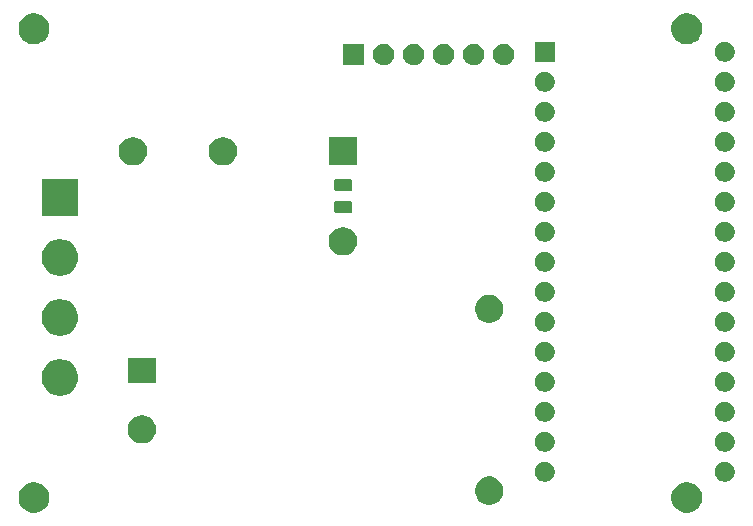
<source format=gbr>
%TF.GenerationSoftware,KiCad,Pcbnew,(5.1.5)-3*%
%TF.CreationDate,2020-10-03T11:48:18-03:00*%
%TF.ProjectId,interruptor_bluetooth V1.0,696e7465-7272-4757-9074-6f725f626c75,rev?*%
%TF.SameCoordinates,Original*%
%TF.FileFunction,Soldermask,Bot*%
%TF.FilePolarity,Negative*%
%FSLAX46Y46*%
G04 Gerber Fmt 4.6, Leading zero omitted, Abs format (unit mm)*
G04 Created by KiCad (PCBNEW (5.1.5)-3) date 2020-10-03 11:48:18*
%MOMM*%
%LPD*%
G04 APERTURE LIST*
%ADD10C,0.100000*%
G04 APERTURE END LIST*
D10*
G36*
X189203087Y-102939796D02*
G01*
X189439853Y-103037868D01*
X189439855Y-103037869D01*
X189652939Y-103180247D01*
X189834153Y-103361461D01*
X189920182Y-103490212D01*
X189976532Y-103574547D01*
X190074604Y-103811313D01*
X190124600Y-104062661D01*
X190124600Y-104318939D01*
X190074604Y-104570287D01*
X189976532Y-104807053D01*
X189976531Y-104807055D01*
X189834153Y-105020139D01*
X189652939Y-105201353D01*
X189439855Y-105343731D01*
X189439854Y-105343732D01*
X189439853Y-105343732D01*
X189203087Y-105441804D01*
X188951739Y-105491800D01*
X188695461Y-105491800D01*
X188444113Y-105441804D01*
X188207347Y-105343732D01*
X188207346Y-105343732D01*
X188207345Y-105343731D01*
X187994261Y-105201353D01*
X187813047Y-105020139D01*
X187670669Y-104807055D01*
X187670668Y-104807053D01*
X187572596Y-104570287D01*
X187522600Y-104318939D01*
X187522600Y-104062661D01*
X187572596Y-103811313D01*
X187670668Y-103574547D01*
X187727019Y-103490212D01*
X187813047Y-103361461D01*
X187994261Y-103180247D01*
X188207345Y-103037869D01*
X188207347Y-103037868D01*
X188444113Y-102939796D01*
X188695461Y-102889800D01*
X188951739Y-102889800D01*
X189203087Y-102939796D01*
G37*
G36*
X133919987Y-102939796D02*
G01*
X134156753Y-103037868D01*
X134156755Y-103037869D01*
X134369839Y-103180247D01*
X134551053Y-103361461D01*
X134637082Y-103490212D01*
X134693432Y-103574547D01*
X134791504Y-103811313D01*
X134841500Y-104062661D01*
X134841500Y-104318939D01*
X134791504Y-104570287D01*
X134693432Y-104807053D01*
X134693431Y-104807055D01*
X134551053Y-105020139D01*
X134369839Y-105201353D01*
X134156755Y-105343731D01*
X134156754Y-105343732D01*
X134156753Y-105343732D01*
X133919987Y-105441804D01*
X133668639Y-105491800D01*
X133412361Y-105491800D01*
X133161013Y-105441804D01*
X132924247Y-105343732D01*
X132924246Y-105343732D01*
X132924245Y-105343731D01*
X132711161Y-105201353D01*
X132529947Y-105020139D01*
X132387569Y-104807055D01*
X132387568Y-104807053D01*
X132289496Y-104570287D01*
X132239500Y-104318939D01*
X132239500Y-104062661D01*
X132289496Y-103811313D01*
X132387568Y-103574547D01*
X132443919Y-103490212D01*
X132529947Y-103361461D01*
X132711161Y-103180247D01*
X132924245Y-103037869D01*
X132924247Y-103037868D01*
X133161013Y-102939796D01*
X133412361Y-102889800D01*
X133668639Y-102889800D01*
X133919987Y-102939796D01*
G37*
G36*
X172434818Y-102453653D02*
G01*
X172653385Y-102544187D01*
X172653387Y-102544188D01*
X172850093Y-102675622D01*
X173017378Y-102842907D01*
X173148812Y-103039613D01*
X173148813Y-103039615D01*
X173239347Y-103258182D01*
X173285500Y-103490210D01*
X173285500Y-103726790D01*
X173239347Y-103958818D01*
X173148813Y-104177385D01*
X173148812Y-104177387D01*
X173017378Y-104374093D01*
X172850093Y-104541378D01*
X172653387Y-104672812D01*
X172653386Y-104672813D01*
X172653385Y-104672813D01*
X172434818Y-104763347D01*
X172202790Y-104809500D01*
X171966210Y-104809500D01*
X171734182Y-104763347D01*
X171515615Y-104672813D01*
X171515614Y-104672813D01*
X171515613Y-104672812D01*
X171318907Y-104541378D01*
X171151622Y-104374093D01*
X171020188Y-104177387D01*
X171020187Y-104177385D01*
X170929653Y-103958818D01*
X170883500Y-103726790D01*
X170883500Y-103490210D01*
X170929653Y-103258182D01*
X171020187Y-103039615D01*
X171020188Y-103039613D01*
X171151622Y-102842907D01*
X171318907Y-102675622D01*
X171515613Y-102544188D01*
X171515615Y-102544187D01*
X171734182Y-102453653D01*
X171966210Y-102407500D01*
X172202790Y-102407500D01*
X172434818Y-102453653D01*
G37*
G36*
X192272228Y-101188103D02*
G01*
X192427100Y-101252253D01*
X192566481Y-101345385D01*
X192685015Y-101463919D01*
X192778147Y-101603300D01*
X192842297Y-101758172D01*
X192875000Y-101922584D01*
X192875000Y-102090216D01*
X192842297Y-102254628D01*
X192778147Y-102409500D01*
X192685015Y-102548881D01*
X192566481Y-102667415D01*
X192427100Y-102760547D01*
X192272228Y-102824697D01*
X192107816Y-102857400D01*
X191940184Y-102857400D01*
X191775772Y-102824697D01*
X191620900Y-102760547D01*
X191481519Y-102667415D01*
X191362985Y-102548881D01*
X191269853Y-102409500D01*
X191205703Y-102254628D01*
X191173000Y-102090216D01*
X191173000Y-101922584D01*
X191205703Y-101758172D01*
X191269853Y-101603300D01*
X191362985Y-101463919D01*
X191481519Y-101345385D01*
X191620900Y-101252253D01*
X191775772Y-101188103D01*
X191940184Y-101155400D01*
X192107816Y-101155400D01*
X192272228Y-101188103D01*
G37*
G36*
X177032228Y-101188103D02*
G01*
X177187100Y-101252253D01*
X177326481Y-101345385D01*
X177445015Y-101463919D01*
X177538147Y-101603300D01*
X177602297Y-101758172D01*
X177635000Y-101922584D01*
X177635000Y-102090216D01*
X177602297Y-102254628D01*
X177538147Y-102409500D01*
X177445015Y-102548881D01*
X177326481Y-102667415D01*
X177187100Y-102760547D01*
X177032228Y-102824697D01*
X176867816Y-102857400D01*
X176700184Y-102857400D01*
X176535772Y-102824697D01*
X176380900Y-102760547D01*
X176241519Y-102667415D01*
X176122985Y-102548881D01*
X176029853Y-102409500D01*
X175965703Y-102254628D01*
X175933000Y-102090216D01*
X175933000Y-101922584D01*
X175965703Y-101758172D01*
X176029853Y-101603300D01*
X176122985Y-101463919D01*
X176241519Y-101345385D01*
X176380900Y-101252253D01*
X176535772Y-101188103D01*
X176700184Y-101155400D01*
X176867816Y-101155400D01*
X177032228Y-101188103D01*
G37*
G36*
X192272228Y-98648103D02*
G01*
X192427100Y-98712253D01*
X192566481Y-98805385D01*
X192685015Y-98923919D01*
X192778147Y-99063300D01*
X192842297Y-99218172D01*
X192875000Y-99382584D01*
X192875000Y-99550216D01*
X192842297Y-99714628D01*
X192778147Y-99869500D01*
X192685015Y-100008881D01*
X192566481Y-100127415D01*
X192427100Y-100220547D01*
X192272228Y-100284697D01*
X192107816Y-100317400D01*
X191940184Y-100317400D01*
X191775772Y-100284697D01*
X191620900Y-100220547D01*
X191481519Y-100127415D01*
X191362985Y-100008881D01*
X191269853Y-99869500D01*
X191205703Y-99714628D01*
X191173000Y-99550216D01*
X191173000Y-99382584D01*
X191205703Y-99218172D01*
X191269853Y-99063300D01*
X191362985Y-98923919D01*
X191481519Y-98805385D01*
X191620900Y-98712253D01*
X191775772Y-98648103D01*
X191940184Y-98615400D01*
X192107816Y-98615400D01*
X192272228Y-98648103D01*
G37*
G36*
X177032228Y-98648103D02*
G01*
X177187100Y-98712253D01*
X177326481Y-98805385D01*
X177445015Y-98923919D01*
X177538147Y-99063300D01*
X177602297Y-99218172D01*
X177635000Y-99382584D01*
X177635000Y-99550216D01*
X177602297Y-99714628D01*
X177538147Y-99869500D01*
X177445015Y-100008881D01*
X177326481Y-100127415D01*
X177187100Y-100220547D01*
X177032228Y-100284697D01*
X176867816Y-100317400D01*
X176700184Y-100317400D01*
X176535772Y-100284697D01*
X176380900Y-100220547D01*
X176241519Y-100127415D01*
X176122985Y-100008881D01*
X176029853Y-99869500D01*
X175965703Y-99714628D01*
X175933000Y-99550216D01*
X175933000Y-99382584D01*
X175965703Y-99218172D01*
X176029853Y-99063300D01*
X176122985Y-98923919D01*
X176241519Y-98805385D01*
X176380900Y-98712253D01*
X176535772Y-98648103D01*
X176700184Y-98615400D01*
X176867816Y-98615400D01*
X177032228Y-98648103D01*
G37*
G36*
X143034818Y-97253653D02*
G01*
X143253385Y-97344187D01*
X143253387Y-97344188D01*
X143450093Y-97475622D01*
X143617378Y-97642907D01*
X143748812Y-97839613D01*
X143748813Y-97839615D01*
X143839347Y-98058182D01*
X143885500Y-98290210D01*
X143885500Y-98526790D01*
X143839347Y-98758818D01*
X143820058Y-98805385D01*
X143748812Y-98977387D01*
X143617378Y-99174093D01*
X143450093Y-99341378D01*
X143253387Y-99472812D01*
X143253386Y-99472813D01*
X143253385Y-99472813D01*
X143034818Y-99563347D01*
X142802790Y-99609500D01*
X142566210Y-99609500D01*
X142334182Y-99563347D01*
X142115615Y-99472813D01*
X142115614Y-99472813D01*
X142115613Y-99472812D01*
X141918907Y-99341378D01*
X141751622Y-99174093D01*
X141620188Y-98977387D01*
X141548942Y-98805385D01*
X141529653Y-98758818D01*
X141483500Y-98526790D01*
X141483500Y-98290210D01*
X141529653Y-98058182D01*
X141620187Y-97839615D01*
X141620188Y-97839613D01*
X141751622Y-97642907D01*
X141918907Y-97475622D01*
X142115613Y-97344188D01*
X142115615Y-97344187D01*
X142334182Y-97253653D01*
X142566210Y-97207500D01*
X142802790Y-97207500D01*
X143034818Y-97253653D01*
G37*
G36*
X192272228Y-96108103D02*
G01*
X192427100Y-96172253D01*
X192566481Y-96265385D01*
X192685015Y-96383919D01*
X192778147Y-96523300D01*
X192842297Y-96678172D01*
X192875000Y-96842584D01*
X192875000Y-97010216D01*
X192842297Y-97174628D01*
X192778147Y-97329500D01*
X192685015Y-97468881D01*
X192566481Y-97587415D01*
X192427100Y-97680547D01*
X192272228Y-97744697D01*
X192107816Y-97777400D01*
X191940184Y-97777400D01*
X191775772Y-97744697D01*
X191620900Y-97680547D01*
X191481519Y-97587415D01*
X191362985Y-97468881D01*
X191269853Y-97329500D01*
X191205703Y-97174628D01*
X191173000Y-97010216D01*
X191173000Y-96842584D01*
X191205703Y-96678172D01*
X191269853Y-96523300D01*
X191362985Y-96383919D01*
X191481519Y-96265385D01*
X191620900Y-96172253D01*
X191775772Y-96108103D01*
X191940184Y-96075400D01*
X192107816Y-96075400D01*
X192272228Y-96108103D01*
G37*
G36*
X177032228Y-96108103D02*
G01*
X177187100Y-96172253D01*
X177326481Y-96265385D01*
X177445015Y-96383919D01*
X177538147Y-96523300D01*
X177602297Y-96678172D01*
X177635000Y-96842584D01*
X177635000Y-97010216D01*
X177602297Y-97174628D01*
X177538147Y-97329500D01*
X177445015Y-97468881D01*
X177326481Y-97587415D01*
X177187100Y-97680547D01*
X177032228Y-97744697D01*
X176867816Y-97777400D01*
X176700184Y-97777400D01*
X176535772Y-97744697D01*
X176380900Y-97680547D01*
X176241519Y-97587415D01*
X176122985Y-97468881D01*
X176029853Y-97329500D01*
X175965703Y-97174628D01*
X175933000Y-97010216D01*
X175933000Y-96842584D01*
X175965703Y-96678172D01*
X176029853Y-96523300D01*
X176122985Y-96383919D01*
X176241519Y-96265385D01*
X176380900Y-96172253D01*
X176535772Y-96108103D01*
X176700184Y-96075400D01*
X176867816Y-96075400D01*
X177032228Y-96108103D01*
G37*
G36*
X136029190Y-92507415D02*
G01*
X136190010Y-92539404D01*
X136472274Y-92656321D01*
X136726305Y-92826059D01*
X136942341Y-93042095D01*
X137112079Y-93296126D01*
X137228996Y-93578390D01*
X137228996Y-93578391D01*
X137288600Y-93878039D01*
X137288600Y-94183561D01*
X137258798Y-94333385D01*
X137228996Y-94483210D01*
X137112079Y-94765474D01*
X136942341Y-95019505D01*
X136726305Y-95235541D01*
X136472274Y-95405279D01*
X136190010Y-95522196D01*
X136040185Y-95551998D01*
X135890361Y-95581800D01*
X135584839Y-95581800D01*
X135435015Y-95551998D01*
X135285190Y-95522196D01*
X135002926Y-95405279D01*
X134748895Y-95235541D01*
X134532859Y-95019505D01*
X134363121Y-94765474D01*
X134246204Y-94483210D01*
X134216402Y-94333385D01*
X134186600Y-94183561D01*
X134186600Y-93878039D01*
X134246204Y-93578391D01*
X134246204Y-93578390D01*
X134363121Y-93296126D01*
X134532859Y-93042095D01*
X134748895Y-92826059D01*
X135002926Y-92656321D01*
X135285190Y-92539404D01*
X135446010Y-92507415D01*
X135584839Y-92479800D01*
X135890361Y-92479800D01*
X136029190Y-92507415D01*
G37*
G36*
X192272228Y-93568103D02*
G01*
X192427100Y-93632253D01*
X192566481Y-93725385D01*
X192685015Y-93843919D01*
X192778147Y-93983300D01*
X192842297Y-94138172D01*
X192875000Y-94302584D01*
X192875000Y-94470216D01*
X192842297Y-94634628D01*
X192778147Y-94789500D01*
X192685015Y-94928881D01*
X192566481Y-95047415D01*
X192427100Y-95140547D01*
X192272228Y-95204697D01*
X192107816Y-95237400D01*
X191940184Y-95237400D01*
X191775772Y-95204697D01*
X191620900Y-95140547D01*
X191481519Y-95047415D01*
X191362985Y-94928881D01*
X191269853Y-94789500D01*
X191205703Y-94634628D01*
X191173000Y-94470216D01*
X191173000Y-94302584D01*
X191205703Y-94138172D01*
X191269853Y-93983300D01*
X191362985Y-93843919D01*
X191481519Y-93725385D01*
X191620900Y-93632253D01*
X191775772Y-93568103D01*
X191940184Y-93535400D01*
X192107816Y-93535400D01*
X192272228Y-93568103D01*
G37*
G36*
X177032228Y-93568103D02*
G01*
X177187100Y-93632253D01*
X177326481Y-93725385D01*
X177445015Y-93843919D01*
X177538147Y-93983300D01*
X177602297Y-94138172D01*
X177635000Y-94302584D01*
X177635000Y-94470216D01*
X177602297Y-94634628D01*
X177538147Y-94789500D01*
X177445015Y-94928881D01*
X177326481Y-95047415D01*
X177187100Y-95140547D01*
X177032228Y-95204697D01*
X176867816Y-95237400D01*
X176700184Y-95237400D01*
X176535772Y-95204697D01*
X176380900Y-95140547D01*
X176241519Y-95047415D01*
X176122985Y-94928881D01*
X176029853Y-94789500D01*
X175965703Y-94634628D01*
X175933000Y-94470216D01*
X175933000Y-94302584D01*
X175965703Y-94138172D01*
X176029853Y-93983300D01*
X176122985Y-93843919D01*
X176241519Y-93725385D01*
X176380900Y-93632253D01*
X176535772Y-93568103D01*
X176700184Y-93535400D01*
X176867816Y-93535400D01*
X177032228Y-93568103D01*
G37*
G36*
X143885500Y-94459500D02*
G01*
X141483500Y-94459500D01*
X141483500Y-92357500D01*
X143885500Y-92357500D01*
X143885500Y-94459500D01*
G37*
G36*
X192272228Y-91028103D02*
G01*
X192427100Y-91092253D01*
X192566481Y-91185385D01*
X192685015Y-91303919D01*
X192778147Y-91443300D01*
X192842297Y-91598172D01*
X192875000Y-91762584D01*
X192875000Y-91930216D01*
X192842297Y-92094628D01*
X192778147Y-92249500D01*
X192685015Y-92388881D01*
X192566481Y-92507415D01*
X192427100Y-92600547D01*
X192272228Y-92664697D01*
X192107816Y-92697400D01*
X191940184Y-92697400D01*
X191775772Y-92664697D01*
X191620900Y-92600547D01*
X191481519Y-92507415D01*
X191362985Y-92388881D01*
X191269853Y-92249500D01*
X191205703Y-92094628D01*
X191173000Y-91930216D01*
X191173000Y-91762584D01*
X191205703Y-91598172D01*
X191269853Y-91443300D01*
X191362985Y-91303919D01*
X191481519Y-91185385D01*
X191620900Y-91092253D01*
X191775772Y-91028103D01*
X191940184Y-90995400D01*
X192107816Y-90995400D01*
X192272228Y-91028103D01*
G37*
G36*
X177032228Y-91028103D02*
G01*
X177187100Y-91092253D01*
X177326481Y-91185385D01*
X177445015Y-91303919D01*
X177538147Y-91443300D01*
X177602297Y-91598172D01*
X177635000Y-91762584D01*
X177635000Y-91930216D01*
X177602297Y-92094628D01*
X177538147Y-92249500D01*
X177445015Y-92388881D01*
X177326481Y-92507415D01*
X177187100Y-92600547D01*
X177032228Y-92664697D01*
X176867816Y-92697400D01*
X176700184Y-92697400D01*
X176535772Y-92664697D01*
X176380900Y-92600547D01*
X176241519Y-92507415D01*
X176122985Y-92388881D01*
X176029853Y-92249500D01*
X175965703Y-92094628D01*
X175933000Y-91930216D01*
X175933000Y-91762584D01*
X175965703Y-91598172D01*
X176029853Y-91443300D01*
X176122985Y-91303919D01*
X176241519Y-91185385D01*
X176380900Y-91092253D01*
X176535772Y-91028103D01*
X176700184Y-90995400D01*
X176867816Y-90995400D01*
X177032228Y-91028103D01*
G37*
G36*
X136029190Y-87427415D02*
G01*
X136190010Y-87459404D01*
X136472274Y-87576321D01*
X136726305Y-87746059D01*
X136942341Y-87962095D01*
X137112079Y-88216126D01*
X137228996Y-88498390D01*
X137228996Y-88498391D01*
X137288600Y-88798039D01*
X137288600Y-89103561D01*
X137258798Y-89253385D01*
X137228996Y-89403210D01*
X137112079Y-89685474D01*
X136942341Y-89939505D01*
X136726305Y-90155541D01*
X136472274Y-90325279D01*
X136190010Y-90442196D01*
X136040185Y-90471998D01*
X135890361Y-90501800D01*
X135584839Y-90501800D01*
X135435015Y-90471998D01*
X135285190Y-90442196D01*
X135002926Y-90325279D01*
X134748895Y-90155541D01*
X134532859Y-89939505D01*
X134363121Y-89685474D01*
X134246204Y-89403210D01*
X134216402Y-89253385D01*
X134186600Y-89103561D01*
X134186600Y-88798039D01*
X134246204Y-88498391D01*
X134246204Y-88498390D01*
X134363121Y-88216126D01*
X134532859Y-87962095D01*
X134748895Y-87746059D01*
X135002926Y-87576321D01*
X135285190Y-87459404D01*
X135446010Y-87427415D01*
X135584839Y-87399800D01*
X135890361Y-87399800D01*
X136029190Y-87427415D01*
G37*
G36*
X192272228Y-88488103D02*
G01*
X192427100Y-88552253D01*
X192566481Y-88645385D01*
X192685015Y-88763919D01*
X192778147Y-88903300D01*
X192842297Y-89058172D01*
X192875000Y-89222584D01*
X192875000Y-89390216D01*
X192842297Y-89554628D01*
X192778147Y-89709500D01*
X192685015Y-89848881D01*
X192566481Y-89967415D01*
X192427100Y-90060547D01*
X192272228Y-90124697D01*
X192107816Y-90157400D01*
X191940184Y-90157400D01*
X191775772Y-90124697D01*
X191620900Y-90060547D01*
X191481519Y-89967415D01*
X191362985Y-89848881D01*
X191269853Y-89709500D01*
X191205703Y-89554628D01*
X191173000Y-89390216D01*
X191173000Y-89222584D01*
X191205703Y-89058172D01*
X191269853Y-88903300D01*
X191362985Y-88763919D01*
X191481519Y-88645385D01*
X191620900Y-88552253D01*
X191775772Y-88488103D01*
X191940184Y-88455400D01*
X192107816Y-88455400D01*
X192272228Y-88488103D01*
G37*
G36*
X177032228Y-88488103D02*
G01*
X177187100Y-88552253D01*
X177326481Y-88645385D01*
X177445015Y-88763919D01*
X177538147Y-88903300D01*
X177602297Y-89058172D01*
X177635000Y-89222584D01*
X177635000Y-89390216D01*
X177602297Y-89554628D01*
X177538147Y-89709500D01*
X177445015Y-89848881D01*
X177326481Y-89967415D01*
X177187100Y-90060547D01*
X177032228Y-90124697D01*
X176867816Y-90157400D01*
X176700184Y-90157400D01*
X176535772Y-90124697D01*
X176380900Y-90060547D01*
X176241519Y-89967415D01*
X176122985Y-89848881D01*
X176029853Y-89709500D01*
X175965703Y-89554628D01*
X175933000Y-89390216D01*
X175933000Y-89222584D01*
X175965703Y-89058172D01*
X176029853Y-88903300D01*
X176122985Y-88763919D01*
X176241519Y-88645385D01*
X176380900Y-88552253D01*
X176535772Y-88488103D01*
X176700184Y-88455400D01*
X176867816Y-88455400D01*
X177032228Y-88488103D01*
G37*
G36*
X172434818Y-87053653D02*
G01*
X172653385Y-87144187D01*
X172653387Y-87144188D01*
X172850093Y-87275622D01*
X173017378Y-87442907D01*
X173148812Y-87639613D01*
X173148813Y-87639615D01*
X173239347Y-87858182D01*
X173285500Y-88090210D01*
X173285500Y-88326790D01*
X173239347Y-88558818D01*
X173154391Y-88763919D01*
X173148812Y-88777387D01*
X173017378Y-88974093D01*
X172850093Y-89141378D01*
X172653387Y-89272812D01*
X172653386Y-89272813D01*
X172653385Y-89272813D01*
X172434818Y-89363347D01*
X172202790Y-89409500D01*
X171966210Y-89409500D01*
X171734182Y-89363347D01*
X171515615Y-89272813D01*
X171515614Y-89272813D01*
X171515613Y-89272812D01*
X171318907Y-89141378D01*
X171151622Y-88974093D01*
X171020188Y-88777387D01*
X171014609Y-88763919D01*
X170929653Y-88558818D01*
X170883500Y-88326790D01*
X170883500Y-88090210D01*
X170929653Y-87858182D01*
X171020187Y-87639615D01*
X171020188Y-87639613D01*
X171151622Y-87442907D01*
X171318907Y-87275622D01*
X171515613Y-87144188D01*
X171515615Y-87144187D01*
X171734182Y-87053653D01*
X171966210Y-87007500D01*
X172202790Y-87007500D01*
X172434818Y-87053653D01*
G37*
G36*
X177032228Y-85948103D02*
G01*
X177187100Y-86012253D01*
X177326481Y-86105385D01*
X177445015Y-86223919D01*
X177538147Y-86363300D01*
X177602297Y-86518172D01*
X177635000Y-86682584D01*
X177635000Y-86850216D01*
X177602297Y-87014628D01*
X177538147Y-87169500D01*
X177445015Y-87308881D01*
X177326481Y-87427415D01*
X177187100Y-87520547D01*
X177032228Y-87584697D01*
X176867816Y-87617400D01*
X176700184Y-87617400D01*
X176535772Y-87584697D01*
X176380900Y-87520547D01*
X176241519Y-87427415D01*
X176122985Y-87308881D01*
X176029853Y-87169500D01*
X175965703Y-87014628D01*
X175933000Y-86850216D01*
X175933000Y-86682584D01*
X175965703Y-86518172D01*
X176029853Y-86363300D01*
X176122985Y-86223919D01*
X176241519Y-86105385D01*
X176380900Y-86012253D01*
X176535772Y-85948103D01*
X176700184Y-85915400D01*
X176867816Y-85915400D01*
X177032228Y-85948103D01*
G37*
G36*
X192272228Y-85948103D02*
G01*
X192427100Y-86012253D01*
X192566481Y-86105385D01*
X192685015Y-86223919D01*
X192778147Y-86363300D01*
X192842297Y-86518172D01*
X192875000Y-86682584D01*
X192875000Y-86850216D01*
X192842297Y-87014628D01*
X192778147Y-87169500D01*
X192685015Y-87308881D01*
X192566481Y-87427415D01*
X192427100Y-87520547D01*
X192272228Y-87584697D01*
X192107816Y-87617400D01*
X191940184Y-87617400D01*
X191775772Y-87584697D01*
X191620900Y-87520547D01*
X191481519Y-87427415D01*
X191362985Y-87308881D01*
X191269853Y-87169500D01*
X191205703Y-87014628D01*
X191173000Y-86850216D01*
X191173000Y-86682584D01*
X191205703Y-86518172D01*
X191269853Y-86363300D01*
X191362985Y-86223919D01*
X191481519Y-86105385D01*
X191620900Y-86012253D01*
X191775772Y-85948103D01*
X191940184Y-85915400D01*
X192107816Y-85915400D01*
X192272228Y-85948103D01*
G37*
G36*
X136029190Y-82347415D02*
G01*
X136190010Y-82379404D01*
X136472274Y-82496321D01*
X136726305Y-82666059D01*
X136942341Y-82882095D01*
X137112079Y-83136126D01*
X137228996Y-83418390D01*
X137239710Y-83472252D01*
X137288600Y-83718039D01*
X137288600Y-84023561D01*
X137258798Y-84173385D01*
X137228996Y-84323210D01*
X137112079Y-84605474D01*
X136942341Y-84859505D01*
X136726305Y-85075541D01*
X136472274Y-85245279D01*
X136190010Y-85362196D01*
X136040185Y-85391998D01*
X135890361Y-85421800D01*
X135584839Y-85421800D01*
X135435015Y-85391998D01*
X135285190Y-85362196D01*
X135002926Y-85245279D01*
X134748895Y-85075541D01*
X134532859Y-84859505D01*
X134363121Y-84605474D01*
X134246204Y-84323210D01*
X134216402Y-84173385D01*
X134186600Y-84023561D01*
X134186600Y-83718039D01*
X134235490Y-83472252D01*
X134246204Y-83418390D01*
X134363121Y-83136126D01*
X134532859Y-82882095D01*
X134748895Y-82666059D01*
X135002926Y-82496321D01*
X135285190Y-82379404D01*
X135446010Y-82347415D01*
X135584839Y-82319800D01*
X135890361Y-82319800D01*
X136029190Y-82347415D01*
G37*
G36*
X177032228Y-83408103D02*
G01*
X177187100Y-83472253D01*
X177326481Y-83565385D01*
X177445015Y-83683919D01*
X177538147Y-83823300D01*
X177602297Y-83978172D01*
X177635000Y-84142584D01*
X177635000Y-84310216D01*
X177602297Y-84474628D01*
X177538147Y-84629500D01*
X177445015Y-84768881D01*
X177326481Y-84887415D01*
X177187100Y-84980547D01*
X177032228Y-85044697D01*
X176867816Y-85077400D01*
X176700184Y-85077400D01*
X176535772Y-85044697D01*
X176380900Y-84980547D01*
X176241519Y-84887415D01*
X176122985Y-84768881D01*
X176029853Y-84629500D01*
X175965703Y-84474628D01*
X175933000Y-84310216D01*
X175933000Y-84142584D01*
X175965703Y-83978172D01*
X176029853Y-83823300D01*
X176122985Y-83683919D01*
X176241519Y-83565385D01*
X176380900Y-83472253D01*
X176535772Y-83408103D01*
X176700184Y-83375400D01*
X176867816Y-83375400D01*
X177032228Y-83408103D01*
G37*
G36*
X192272228Y-83408103D02*
G01*
X192427100Y-83472253D01*
X192566481Y-83565385D01*
X192685015Y-83683919D01*
X192778147Y-83823300D01*
X192842297Y-83978172D01*
X192875000Y-84142584D01*
X192875000Y-84310216D01*
X192842297Y-84474628D01*
X192778147Y-84629500D01*
X192685015Y-84768881D01*
X192566481Y-84887415D01*
X192427100Y-84980547D01*
X192272228Y-85044697D01*
X192107816Y-85077400D01*
X191940184Y-85077400D01*
X191775772Y-85044697D01*
X191620900Y-84980547D01*
X191481519Y-84887415D01*
X191362985Y-84768881D01*
X191269853Y-84629500D01*
X191205703Y-84474628D01*
X191173000Y-84310216D01*
X191173000Y-84142584D01*
X191205703Y-83978172D01*
X191269853Y-83823300D01*
X191362985Y-83683919D01*
X191481519Y-83565385D01*
X191620900Y-83472253D01*
X191775772Y-83408103D01*
X191940184Y-83375400D01*
X192107816Y-83375400D01*
X192272228Y-83408103D01*
G37*
G36*
X160052818Y-81331653D02*
G01*
X160271385Y-81422187D01*
X160271387Y-81422188D01*
X160468093Y-81553622D01*
X160635378Y-81720907D01*
X160766812Y-81917613D01*
X160766813Y-81917615D01*
X160857347Y-82136182D01*
X160903500Y-82368210D01*
X160903500Y-82604790D01*
X160857347Y-82836818D01*
X160838592Y-82882096D01*
X160766812Y-83055387D01*
X160635378Y-83252093D01*
X160468093Y-83419378D01*
X160271387Y-83550812D01*
X160271386Y-83550813D01*
X160271385Y-83550813D01*
X160052818Y-83641347D01*
X159820790Y-83687500D01*
X159584210Y-83687500D01*
X159352182Y-83641347D01*
X159133615Y-83550813D01*
X159133614Y-83550813D01*
X159133613Y-83550812D01*
X158936907Y-83419378D01*
X158769622Y-83252093D01*
X158638188Y-83055387D01*
X158566408Y-82882096D01*
X158547653Y-82836818D01*
X158501500Y-82604790D01*
X158501500Y-82368210D01*
X158547653Y-82136182D01*
X158638187Y-81917615D01*
X158638188Y-81917613D01*
X158769622Y-81720907D01*
X158936907Y-81553622D01*
X159133613Y-81422188D01*
X159133615Y-81422187D01*
X159352182Y-81331653D01*
X159584210Y-81285500D01*
X159820790Y-81285500D01*
X160052818Y-81331653D01*
G37*
G36*
X177032228Y-80868103D02*
G01*
X177187100Y-80932253D01*
X177326481Y-81025385D01*
X177445015Y-81143919D01*
X177538147Y-81283300D01*
X177602297Y-81438172D01*
X177635000Y-81602584D01*
X177635000Y-81770216D01*
X177602297Y-81934628D01*
X177538147Y-82089500D01*
X177445015Y-82228881D01*
X177326481Y-82347415D01*
X177187100Y-82440547D01*
X177032228Y-82504697D01*
X176867816Y-82537400D01*
X176700184Y-82537400D01*
X176535772Y-82504697D01*
X176380900Y-82440547D01*
X176241519Y-82347415D01*
X176122985Y-82228881D01*
X176029853Y-82089500D01*
X175965703Y-81934628D01*
X175933000Y-81770216D01*
X175933000Y-81602584D01*
X175965703Y-81438172D01*
X176029853Y-81283300D01*
X176122985Y-81143919D01*
X176241519Y-81025385D01*
X176380900Y-80932253D01*
X176535772Y-80868103D01*
X176700184Y-80835400D01*
X176867816Y-80835400D01*
X177032228Y-80868103D01*
G37*
G36*
X192272228Y-80868103D02*
G01*
X192427100Y-80932253D01*
X192566481Y-81025385D01*
X192685015Y-81143919D01*
X192778147Y-81283300D01*
X192842297Y-81438172D01*
X192875000Y-81602584D01*
X192875000Y-81770216D01*
X192842297Y-81934628D01*
X192778147Y-82089500D01*
X192685015Y-82228881D01*
X192566481Y-82347415D01*
X192427100Y-82440547D01*
X192272228Y-82504697D01*
X192107816Y-82537400D01*
X191940184Y-82537400D01*
X191775772Y-82504697D01*
X191620900Y-82440547D01*
X191481519Y-82347415D01*
X191362985Y-82228881D01*
X191269853Y-82089500D01*
X191205703Y-81934628D01*
X191173000Y-81770216D01*
X191173000Y-81602584D01*
X191205703Y-81438172D01*
X191269853Y-81283300D01*
X191362985Y-81143919D01*
X191481519Y-81025385D01*
X191620900Y-80932253D01*
X191775772Y-80868103D01*
X191940184Y-80835400D01*
X192107816Y-80835400D01*
X192272228Y-80868103D01*
G37*
G36*
X137288600Y-80341800D02*
G01*
X134186600Y-80341800D01*
X134186600Y-77239800D01*
X137288600Y-77239800D01*
X137288600Y-80341800D01*
G37*
G36*
X160299668Y-79065065D02*
G01*
X160338338Y-79076796D01*
X160373977Y-79095846D01*
X160405217Y-79121483D01*
X160430854Y-79152723D01*
X160449904Y-79188362D01*
X160461635Y-79227032D01*
X160466200Y-79273388D01*
X160466200Y-79924612D01*
X160461635Y-79970968D01*
X160449904Y-80009638D01*
X160430854Y-80045277D01*
X160405217Y-80076517D01*
X160373977Y-80102154D01*
X160338338Y-80121204D01*
X160299668Y-80132935D01*
X160253312Y-80137500D01*
X159177088Y-80137500D01*
X159130732Y-80132935D01*
X159092062Y-80121204D01*
X159056423Y-80102154D01*
X159025183Y-80076517D01*
X158999546Y-80045277D01*
X158980496Y-80009638D01*
X158968765Y-79970968D01*
X158964200Y-79924612D01*
X158964200Y-79273388D01*
X158968765Y-79227032D01*
X158980496Y-79188362D01*
X158999546Y-79152723D01*
X159025183Y-79121483D01*
X159056423Y-79095846D01*
X159092062Y-79076796D01*
X159130732Y-79065065D01*
X159177088Y-79060500D01*
X160253312Y-79060500D01*
X160299668Y-79065065D01*
G37*
G36*
X192272228Y-78328103D02*
G01*
X192427100Y-78392253D01*
X192566481Y-78485385D01*
X192685015Y-78603919D01*
X192778147Y-78743300D01*
X192842297Y-78898172D01*
X192875000Y-79062584D01*
X192875000Y-79230216D01*
X192842297Y-79394628D01*
X192778147Y-79549500D01*
X192685015Y-79688881D01*
X192566481Y-79807415D01*
X192427100Y-79900547D01*
X192272228Y-79964697D01*
X192107816Y-79997400D01*
X191940184Y-79997400D01*
X191775772Y-79964697D01*
X191620900Y-79900547D01*
X191481519Y-79807415D01*
X191362985Y-79688881D01*
X191269853Y-79549500D01*
X191205703Y-79394628D01*
X191173000Y-79230216D01*
X191173000Y-79062584D01*
X191205703Y-78898172D01*
X191269853Y-78743300D01*
X191362985Y-78603919D01*
X191481519Y-78485385D01*
X191620900Y-78392253D01*
X191775772Y-78328103D01*
X191940184Y-78295400D01*
X192107816Y-78295400D01*
X192272228Y-78328103D01*
G37*
G36*
X177032228Y-78328103D02*
G01*
X177187100Y-78392253D01*
X177326481Y-78485385D01*
X177445015Y-78603919D01*
X177538147Y-78743300D01*
X177602297Y-78898172D01*
X177635000Y-79062584D01*
X177635000Y-79230216D01*
X177602297Y-79394628D01*
X177538147Y-79549500D01*
X177445015Y-79688881D01*
X177326481Y-79807415D01*
X177187100Y-79900547D01*
X177032228Y-79964697D01*
X176867816Y-79997400D01*
X176700184Y-79997400D01*
X176535772Y-79964697D01*
X176380900Y-79900547D01*
X176241519Y-79807415D01*
X176122985Y-79688881D01*
X176029853Y-79549500D01*
X175965703Y-79394628D01*
X175933000Y-79230216D01*
X175933000Y-79062584D01*
X175965703Y-78898172D01*
X176029853Y-78743300D01*
X176122985Y-78603919D01*
X176241519Y-78485385D01*
X176380900Y-78392253D01*
X176535772Y-78328103D01*
X176700184Y-78295400D01*
X176867816Y-78295400D01*
X177032228Y-78328103D01*
G37*
G36*
X160299668Y-77190065D02*
G01*
X160338338Y-77201796D01*
X160373977Y-77220846D01*
X160405217Y-77246483D01*
X160430854Y-77277723D01*
X160449904Y-77313362D01*
X160461635Y-77352032D01*
X160466200Y-77398388D01*
X160466200Y-78049612D01*
X160461635Y-78095968D01*
X160449904Y-78134638D01*
X160430854Y-78170277D01*
X160405217Y-78201517D01*
X160373977Y-78227154D01*
X160338338Y-78246204D01*
X160299668Y-78257935D01*
X160253312Y-78262500D01*
X159177088Y-78262500D01*
X159130732Y-78257935D01*
X159092062Y-78246204D01*
X159056423Y-78227154D01*
X159025183Y-78201517D01*
X158999546Y-78170277D01*
X158980496Y-78134638D01*
X158968765Y-78095968D01*
X158964200Y-78049612D01*
X158964200Y-77398388D01*
X158968765Y-77352032D01*
X158980496Y-77313362D01*
X158999546Y-77277723D01*
X159025183Y-77246483D01*
X159056423Y-77220846D01*
X159092062Y-77201796D01*
X159130732Y-77190065D01*
X159177088Y-77185500D01*
X160253312Y-77185500D01*
X160299668Y-77190065D01*
G37*
G36*
X192272228Y-75788103D02*
G01*
X192427100Y-75852253D01*
X192566481Y-75945385D01*
X192685015Y-76063919D01*
X192778147Y-76203300D01*
X192842297Y-76358172D01*
X192875000Y-76522584D01*
X192875000Y-76690216D01*
X192842297Y-76854628D01*
X192778147Y-77009500D01*
X192685015Y-77148881D01*
X192566481Y-77267415D01*
X192427100Y-77360547D01*
X192272228Y-77424697D01*
X192107816Y-77457400D01*
X191940184Y-77457400D01*
X191775772Y-77424697D01*
X191620900Y-77360547D01*
X191481519Y-77267415D01*
X191362985Y-77148881D01*
X191269853Y-77009500D01*
X191205703Y-76854628D01*
X191173000Y-76690216D01*
X191173000Y-76522584D01*
X191205703Y-76358172D01*
X191269853Y-76203300D01*
X191362985Y-76063919D01*
X191481519Y-75945385D01*
X191620900Y-75852253D01*
X191775772Y-75788103D01*
X191940184Y-75755400D01*
X192107816Y-75755400D01*
X192272228Y-75788103D01*
G37*
G36*
X177032228Y-75788103D02*
G01*
X177187100Y-75852253D01*
X177326481Y-75945385D01*
X177445015Y-76063919D01*
X177538147Y-76203300D01*
X177602297Y-76358172D01*
X177635000Y-76522584D01*
X177635000Y-76690216D01*
X177602297Y-76854628D01*
X177538147Y-77009500D01*
X177445015Y-77148881D01*
X177326481Y-77267415D01*
X177187100Y-77360547D01*
X177032228Y-77424697D01*
X176867816Y-77457400D01*
X176700184Y-77457400D01*
X176535772Y-77424697D01*
X176380900Y-77360547D01*
X176241519Y-77267415D01*
X176122985Y-77148881D01*
X176029853Y-77009500D01*
X175965703Y-76854628D01*
X175933000Y-76690216D01*
X175933000Y-76522584D01*
X175965703Y-76358172D01*
X176029853Y-76203300D01*
X176122985Y-76063919D01*
X176241519Y-75945385D01*
X176380900Y-75852253D01*
X176535772Y-75788103D01*
X176700184Y-75755400D01*
X176867816Y-75755400D01*
X177032228Y-75788103D01*
G37*
G36*
X160903500Y-76067500D02*
G01*
X158501500Y-76067500D01*
X158501500Y-73665500D01*
X160903500Y-73665500D01*
X160903500Y-76067500D01*
G37*
G36*
X149892818Y-73711653D02*
G01*
X150111385Y-73802187D01*
X150111387Y-73802188D01*
X150308093Y-73933622D01*
X150475378Y-74100907D01*
X150606812Y-74297613D01*
X150606813Y-74297615D01*
X150697347Y-74516182D01*
X150743500Y-74748210D01*
X150743500Y-74984790D01*
X150697347Y-75216818D01*
X150606813Y-75435385D01*
X150606812Y-75435387D01*
X150475378Y-75632093D01*
X150308093Y-75799378D01*
X150111387Y-75930812D01*
X150111386Y-75930813D01*
X150111385Y-75930813D01*
X149892818Y-76021347D01*
X149660790Y-76067500D01*
X149424210Y-76067500D01*
X149192182Y-76021347D01*
X148973615Y-75930813D01*
X148973614Y-75930813D01*
X148973613Y-75930812D01*
X148776907Y-75799378D01*
X148609622Y-75632093D01*
X148478188Y-75435387D01*
X148478187Y-75435385D01*
X148387653Y-75216818D01*
X148341500Y-74984790D01*
X148341500Y-74748210D01*
X148387653Y-74516182D01*
X148478187Y-74297615D01*
X148478188Y-74297613D01*
X148609622Y-74100907D01*
X148776907Y-73933622D01*
X148973613Y-73802188D01*
X148973615Y-73802187D01*
X149192182Y-73711653D01*
X149424210Y-73665500D01*
X149660790Y-73665500D01*
X149892818Y-73711653D01*
G37*
G36*
X142272818Y-73711653D02*
G01*
X142491385Y-73802187D01*
X142491387Y-73802188D01*
X142688093Y-73933622D01*
X142855378Y-74100907D01*
X142986812Y-74297613D01*
X142986813Y-74297615D01*
X143077347Y-74516182D01*
X143123500Y-74748210D01*
X143123500Y-74984790D01*
X143077347Y-75216818D01*
X142986813Y-75435385D01*
X142986812Y-75435387D01*
X142855378Y-75632093D01*
X142688093Y-75799378D01*
X142491387Y-75930812D01*
X142491386Y-75930813D01*
X142491385Y-75930813D01*
X142272818Y-76021347D01*
X142040790Y-76067500D01*
X141804210Y-76067500D01*
X141572182Y-76021347D01*
X141353615Y-75930813D01*
X141353614Y-75930813D01*
X141353613Y-75930812D01*
X141156907Y-75799378D01*
X140989622Y-75632093D01*
X140858188Y-75435387D01*
X140858187Y-75435385D01*
X140767653Y-75216818D01*
X140721500Y-74984790D01*
X140721500Y-74748210D01*
X140767653Y-74516182D01*
X140858187Y-74297615D01*
X140858188Y-74297613D01*
X140989622Y-74100907D01*
X141156907Y-73933622D01*
X141353613Y-73802188D01*
X141353615Y-73802187D01*
X141572182Y-73711653D01*
X141804210Y-73665500D01*
X142040790Y-73665500D01*
X142272818Y-73711653D01*
G37*
G36*
X192272228Y-73248103D02*
G01*
X192427100Y-73312253D01*
X192566481Y-73405385D01*
X192685015Y-73523919D01*
X192778147Y-73663300D01*
X192842297Y-73818172D01*
X192875000Y-73982584D01*
X192875000Y-74150216D01*
X192842297Y-74314628D01*
X192778147Y-74469500D01*
X192685015Y-74608881D01*
X192566481Y-74727415D01*
X192427100Y-74820547D01*
X192272228Y-74884697D01*
X192107816Y-74917400D01*
X191940184Y-74917400D01*
X191775772Y-74884697D01*
X191620900Y-74820547D01*
X191481519Y-74727415D01*
X191362985Y-74608881D01*
X191269853Y-74469500D01*
X191205703Y-74314628D01*
X191173000Y-74150216D01*
X191173000Y-73982584D01*
X191205703Y-73818172D01*
X191269853Y-73663300D01*
X191362985Y-73523919D01*
X191481519Y-73405385D01*
X191620900Y-73312253D01*
X191775772Y-73248103D01*
X191940184Y-73215400D01*
X192107816Y-73215400D01*
X192272228Y-73248103D01*
G37*
G36*
X177032228Y-73248103D02*
G01*
X177187100Y-73312253D01*
X177326481Y-73405385D01*
X177445015Y-73523919D01*
X177538147Y-73663300D01*
X177602297Y-73818172D01*
X177635000Y-73982584D01*
X177635000Y-74150216D01*
X177602297Y-74314628D01*
X177538147Y-74469500D01*
X177445015Y-74608881D01*
X177326481Y-74727415D01*
X177187100Y-74820547D01*
X177032228Y-74884697D01*
X176867816Y-74917400D01*
X176700184Y-74917400D01*
X176535772Y-74884697D01*
X176380900Y-74820547D01*
X176241519Y-74727415D01*
X176122985Y-74608881D01*
X176029853Y-74469500D01*
X175965703Y-74314628D01*
X175933000Y-74150216D01*
X175933000Y-73982584D01*
X175965703Y-73818172D01*
X176029853Y-73663300D01*
X176122985Y-73523919D01*
X176241519Y-73405385D01*
X176380900Y-73312253D01*
X176535772Y-73248103D01*
X176700184Y-73215400D01*
X176867816Y-73215400D01*
X177032228Y-73248103D01*
G37*
G36*
X177032228Y-70708103D02*
G01*
X177187100Y-70772253D01*
X177326481Y-70865385D01*
X177445015Y-70983919D01*
X177538147Y-71123300D01*
X177602297Y-71278172D01*
X177635000Y-71442584D01*
X177635000Y-71610216D01*
X177602297Y-71774628D01*
X177538147Y-71929500D01*
X177445015Y-72068881D01*
X177326481Y-72187415D01*
X177187100Y-72280547D01*
X177032228Y-72344697D01*
X176867816Y-72377400D01*
X176700184Y-72377400D01*
X176535772Y-72344697D01*
X176380900Y-72280547D01*
X176241519Y-72187415D01*
X176122985Y-72068881D01*
X176029853Y-71929500D01*
X175965703Y-71774628D01*
X175933000Y-71610216D01*
X175933000Y-71442584D01*
X175965703Y-71278172D01*
X176029853Y-71123300D01*
X176122985Y-70983919D01*
X176241519Y-70865385D01*
X176380900Y-70772253D01*
X176535772Y-70708103D01*
X176700184Y-70675400D01*
X176867816Y-70675400D01*
X177032228Y-70708103D01*
G37*
G36*
X192272228Y-70708103D02*
G01*
X192427100Y-70772253D01*
X192566481Y-70865385D01*
X192685015Y-70983919D01*
X192778147Y-71123300D01*
X192842297Y-71278172D01*
X192875000Y-71442584D01*
X192875000Y-71610216D01*
X192842297Y-71774628D01*
X192778147Y-71929500D01*
X192685015Y-72068881D01*
X192566481Y-72187415D01*
X192427100Y-72280547D01*
X192272228Y-72344697D01*
X192107816Y-72377400D01*
X191940184Y-72377400D01*
X191775772Y-72344697D01*
X191620900Y-72280547D01*
X191481519Y-72187415D01*
X191362985Y-72068881D01*
X191269853Y-71929500D01*
X191205703Y-71774628D01*
X191173000Y-71610216D01*
X191173000Y-71442584D01*
X191205703Y-71278172D01*
X191269853Y-71123300D01*
X191362985Y-70983919D01*
X191481519Y-70865385D01*
X191620900Y-70772253D01*
X191775772Y-70708103D01*
X191940184Y-70675400D01*
X192107816Y-70675400D01*
X192272228Y-70708103D01*
G37*
G36*
X192272228Y-68168103D02*
G01*
X192427100Y-68232253D01*
X192566481Y-68325385D01*
X192685015Y-68443919D01*
X192778147Y-68583300D01*
X192842297Y-68738172D01*
X192875000Y-68902584D01*
X192875000Y-69070216D01*
X192842297Y-69234628D01*
X192778147Y-69389500D01*
X192685015Y-69528881D01*
X192566481Y-69647415D01*
X192427100Y-69740547D01*
X192272228Y-69804697D01*
X192107816Y-69837400D01*
X191940184Y-69837400D01*
X191775772Y-69804697D01*
X191620900Y-69740547D01*
X191481519Y-69647415D01*
X191362985Y-69528881D01*
X191269853Y-69389500D01*
X191205703Y-69234628D01*
X191173000Y-69070216D01*
X191173000Y-68902584D01*
X191205703Y-68738172D01*
X191269853Y-68583300D01*
X191362985Y-68443919D01*
X191481519Y-68325385D01*
X191620900Y-68232253D01*
X191775772Y-68168103D01*
X191940184Y-68135400D01*
X192107816Y-68135400D01*
X192272228Y-68168103D01*
G37*
G36*
X177032228Y-68168103D02*
G01*
X177187100Y-68232253D01*
X177326481Y-68325385D01*
X177445015Y-68443919D01*
X177538147Y-68583300D01*
X177602297Y-68738172D01*
X177635000Y-68902584D01*
X177635000Y-69070216D01*
X177602297Y-69234628D01*
X177538147Y-69389500D01*
X177445015Y-69528881D01*
X177326481Y-69647415D01*
X177187100Y-69740547D01*
X177032228Y-69804697D01*
X176867816Y-69837400D01*
X176700184Y-69837400D01*
X176535772Y-69804697D01*
X176380900Y-69740547D01*
X176241519Y-69647415D01*
X176122985Y-69528881D01*
X176029853Y-69389500D01*
X175965703Y-69234628D01*
X175933000Y-69070216D01*
X175933000Y-68902584D01*
X175965703Y-68738172D01*
X176029853Y-68583300D01*
X176122985Y-68443919D01*
X176241519Y-68325385D01*
X176380900Y-68232253D01*
X176535772Y-68168103D01*
X176700184Y-68135400D01*
X176867816Y-68135400D01*
X177032228Y-68168103D01*
G37*
G36*
X170890412Y-65778927D02*
G01*
X171039712Y-65808624D01*
X171203684Y-65876544D01*
X171351254Y-65975147D01*
X171476753Y-66100646D01*
X171575356Y-66248216D01*
X171643276Y-66412188D01*
X171677900Y-66586259D01*
X171677900Y-66763741D01*
X171643276Y-66937812D01*
X171575356Y-67101784D01*
X171476753Y-67249354D01*
X171351254Y-67374853D01*
X171203684Y-67473456D01*
X171039712Y-67541376D01*
X170890412Y-67571073D01*
X170865642Y-67576000D01*
X170688158Y-67576000D01*
X170663388Y-67571073D01*
X170514088Y-67541376D01*
X170350116Y-67473456D01*
X170202546Y-67374853D01*
X170077047Y-67249354D01*
X169978444Y-67101784D01*
X169910524Y-66937812D01*
X169875900Y-66763741D01*
X169875900Y-66586259D01*
X169910524Y-66412188D01*
X169978444Y-66248216D01*
X170077047Y-66100646D01*
X170202546Y-65975147D01*
X170350116Y-65876544D01*
X170514088Y-65808624D01*
X170663388Y-65778927D01*
X170688158Y-65774000D01*
X170865642Y-65774000D01*
X170890412Y-65778927D01*
G37*
G36*
X165810412Y-65778927D02*
G01*
X165959712Y-65808624D01*
X166123684Y-65876544D01*
X166271254Y-65975147D01*
X166396753Y-66100646D01*
X166495356Y-66248216D01*
X166563276Y-66412188D01*
X166597900Y-66586259D01*
X166597900Y-66763741D01*
X166563276Y-66937812D01*
X166495356Y-67101784D01*
X166396753Y-67249354D01*
X166271254Y-67374853D01*
X166123684Y-67473456D01*
X165959712Y-67541376D01*
X165810412Y-67571073D01*
X165785642Y-67576000D01*
X165608158Y-67576000D01*
X165583388Y-67571073D01*
X165434088Y-67541376D01*
X165270116Y-67473456D01*
X165122546Y-67374853D01*
X164997047Y-67249354D01*
X164898444Y-67101784D01*
X164830524Y-66937812D01*
X164795900Y-66763741D01*
X164795900Y-66586259D01*
X164830524Y-66412188D01*
X164898444Y-66248216D01*
X164997047Y-66100646D01*
X165122546Y-65975147D01*
X165270116Y-65876544D01*
X165434088Y-65808624D01*
X165583388Y-65778927D01*
X165608158Y-65774000D01*
X165785642Y-65774000D01*
X165810412Y-65778927D01*
G37*
G36*
X173430412Y-65778927D02*
G01*
X173579712Y-65808624D01*
X173743684Y-65876544D01*
X173891254Y-65975147D01*
X174016753Y-66100646D01*
X174115356Y-66248216D01*
X174183276Y-66412188D01*
X174217900Y-66586259D01*
X174217900Y-66763741D01*
X174183276Y-66937812D01*
X174115356Y-67101784D01*
X174016753Y-67249354D01*
X173891254Y-67374853D01*
X173743684Y-67473456D01*
X173579712Y-67541376D01*
X173430412Y-67571073D01*
X173405642Y-67576000D01*
X173228158Y-67576000D01*
X173203388Y-67571073D01*
X173054088Y-67541376D01*
X172890116Y-67473456D01*
X172742546Y-67374853D01*
X172617047Y-67249354D01*
X172518444Y-67101784D01*
X172450524Y-66937812D01*
X172415900Y-66763741D01*
X172415900Y-66586259D01*
X172450524Y-66412188D01*
X172518444Y-66248216D01*
X172617047Y-66100646D01*
X172742546Y-65975147D01*
X172890116Y-65876544D01*
X173054088Y-65808624D01*
X173203388Y-65778927D01*
X173228158Y-65774000D01*
X173405642Y-65774000D01*
X173430412Y-65778927D01*
G37*
G36*
X168350412Y-65778927D02*
G01*
X168499712Y-65808624D01*
X168663684Y-65876544D01*
X168811254Y-65975147D01*
X168936753Y-66100646D01*
X169035356Y-66248216D01*
X169103276Y-66412188D01*
X169137900Y-66586259D01*
X169137900Y-66763741D01*
X169103276Y-66937812D01*
X169035356Y-67101784D01*
X168936753Y-67249354D01*
X168811254Y-67374853D01*
X168663684Y-67473456D01*
X168499712Y-67541376D01*
X168350412Y-67571073D01*
X168325642Y-67576000D01*
X168148158Y-67576000D01*
X168123388Y-67571073D01*
X167974088Y-67541376D01*
X167810116Y-67473456D01*
X167662546Y-67374853D01*
X167537047Y-67249354D01*
X167438444Y-67101784D01*
X167370524Y-66937812D01*
X167335900Y-66763741D01*
X167335900Y-66586259D01*
X167370524Y-66412188D01*
X167438444Y-66248216D01*
X167537047Y-66100646D01*
X167662546Y-65975147D01*
X167810116Y-65876544D01*
X167974088Y-65808624D01*
X168123388Y-65778927D01*
X168148158Y-65774000D01*
X168325642Y-65774000D01*
X168350412Y-65778927D01*
G37*
G36*
X163270412Y-65778927D02*
G01*
X163419712Y-65808624D01*
X163583684Y-65876544D01*
X163731254Y-65975147D01*
X163856753Y-66100646D01*
X163955356Y-66248216D01*
X164023276Y-66412188D01*
X164057900Y-66586259D01*
X164057900Y-66763741D01*
X164023276Y-66937812D01*
X163955356Y-67101784D01*
X163856753Y-67249354D01*
X163731254Y-67374853D01*
X163583684Y-67473456D01*
X163419712Y-67541376D01*
X163270412Y-67571073D01*
X163245642Y-67576000D01*
X163068158Y-67576000D01*
X163043388Y-67571073D01*
X162894088Y-67541376D01*
X162730116Y-67473456D01*
X162582546Y-67374853D01*
X162457047Y-67249354D01*
X162358444Y-67101784D01*
X162290524Y-66937812D01*
X162255900Y-66763741D01*
X162255900Y-66586259D01*
X162290524Y-66412188D01*
X162358444Y-66248216D01*
X162457047Y-66100646D01*
X162582546Y-65975147D01*
X162730116Y-65876544D01*
X162894088Y-65808624D01*
X163043388Y-65778927D01*
X163068158Y-65774000D01*
X163245642Y-65774000D01*
X163270412Y-65778927D01*
G37*
G36*
X161517900Y-67576000D02*
G01*
X159715900Y-67576000D01*
X159715900Y-65774000D01*
X161517900Y-65774000D01*
X161517900Y-67576000D01*
G37*
G36*
X177635000Y-67297400D02*
G01*
X175933000Y-67297400D01*
X175933000Y-65595400D01*
X177635000Y-65595400D01*
X177635000Y-67297400D01*
G37*
G36*
X192272228Y-65628103D02*
G01*
X192427100Y-65692253D01*
X192566481Y-65785385D01*
X192685015Y-65903919D01*
X192778147Y-66043300D01*
X192842297Y-66198172D01*
X192875000Y-66362584D01*
X192875000Y-66530216D01*
X192842297Y-66694628D01*
X192778147Y-66849500D01*
X192685015Y-66988881D01*
X192566481Y-67107415D01*
X192427100Y-67200547D01*
X192272228Y-67264697D01*
X192107816Y-67297400D01*
X191940184Y-67297400D01*
X191775772Y-67264697D01*
X191620900Y-67200547D01*
X191481519Y-67107415D01*
X191362985Y-66988881D01*
X191269853Y-66849500D01*
X191205703Y-66694628D01*
X191173000Y-66530216D01*
X191173000Y-66362584D01*
X191205703Y-66198172D01*
X191269853Y-66043300D01*
X191362985Y-65903919D01*
X191481519Y-65785385D01*
X191620900Y-65692253D01*
X191775772Y-65628103D01*
X191940184Y-65595400D01*
X192107816Y-65595400D01*
X192272228Y-65628103D01*
G37*
G36*
X133919987Y-63248996D02*
G01*
X134156753Y-63347068D01*
X134156755Y-63347069D01*
X134369839Y-63489447D01*
X134551053Y-63670661D01*
X134693432Y-63883747D01*
X134791504Y-64120513D01*
X134841500Y-64371861D01*
X134841500Y-64628139D01*
X134791504Y-64879487D01*
X134693432Y-65116253D01*
X134693431Y-65116255D01*
X134551053Y-65329339D01*
X134369839Y-65510553D01*
X134156755Y-65652931D01*
X134156754Y-65652932D01*
X134156753Y-65652932D01*
X133919987Y-65751004D01*
X133668639Y-65801000D01*
X133412361Y-65801000D01*
X133161013Y-65751004D01*
X132924247Y-65652932D01*
X132924246Y-65652932D01*
X132924245Y-65652931D01*
X132711161Y-65510553D01*
X132529947Y-65329339D01*
X132387569Y-65116255D01*
X132387568Y-65116253D01*
X132289496Y-64879487D01*
X132239500Y-64628139D01*
X132239500Y-64371861D01*
X132289496Y-64120513D01*
X132387568Y-63883747D01*
X132529947Y-63670661D01*
X132711161Y-63489447D01*
X132924245Y-63347069D01*
X132924247Y-63347068D01*
X133161013Y-63248996D01*
X133412361Y-63199000D01*
X133668639Y-63199000D01*
X133919987Y-63248996D01*
G37*
G36*
X189203087Y-63248996D02*
G01*
X189439853Y-63347068D01*
X189439855Y-63347069D01*
X189652939Y-63489447D01*
X189834153Y-63670661D01*
X189976532Y-63883747D01*
X190074604Y-64120513D01*
X190124600Y-64371861D01*
X190124600Y-64628139D01*
X190074604Y-64879487D01*
X189976532Y-65116253D01*
X189976531Y-65116255D01*
X189834153Y-65329339D01*
X189652939Y-65510553D01*
X189439855Y-65652931D01*
X189439854Y-65652932D01*
X189439853Y-65652932D01*
X189203087Y-65751004D01*
X188951739Y-65801000D01*
X188695461Y-65801000D01*
X188444113Y-65751004D01*
X188207347Y-65652932D01*
X188207346Y-65652932D01*
X188207345Y-65652931D01*
X187994261Y-65510553D01*
X187813047Y-65329339D01*
X187670669Y-65116255D01*
X187670668Y-65116253D01*
X187572596Y-64879487D01*
X187522600Y-64628139D01*
X187522600Y-64371861D01*
X187572596Y-64120513D01*
X187670668Y-63883747D01*
X187813047Y-63670661D01*
X187994261Y-63489447D01*
X188207345Y-63347069D01*
X188207347Y-63347068D01*
X188444113Y-63248996D01*
X188695461Y-63199000D01*
X188951739Y-63199000D01*
X189203087Y-63248996D01*
G37*
M02*

</source>
